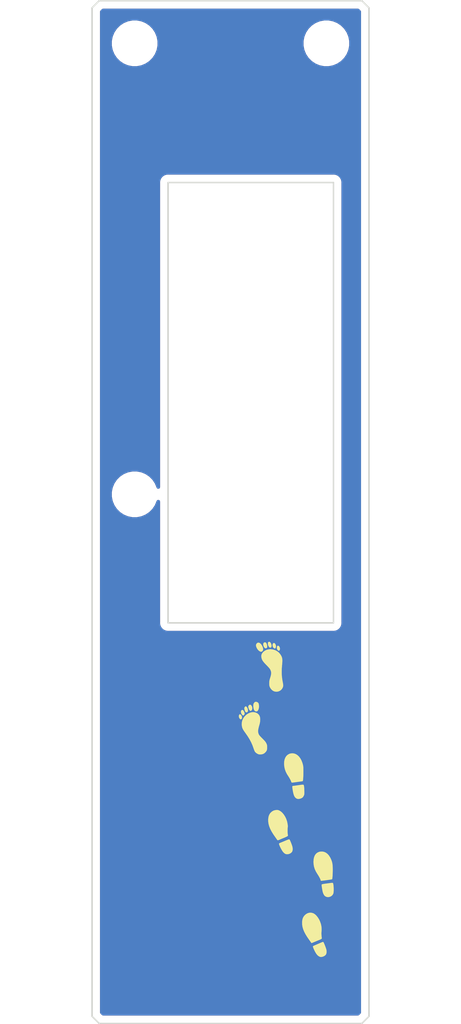
<source format=kicad_pcb>
(kicad_pcb (version 20171130) (host pcbnew "(5.1.5)-3")

  (general
    (thickness 1.6)
    (drawings 12)
    (tracks 0)
    (zones 0)
    (modules 5)
    (nets 1)
  )

  (page A4)
  (layers
    (0 F.Cu signal)
    (31 B.Cu signal)
    (32 B.Adhes user)
    (33 F.Adhes user)
    (34 B.Paste user)
    (35 F.Paste user)
    (36 B.SilkS user)
    (37 F.SilkS user)
    (38 B.Mask user)
    (39 F.Mask user)
    (40 Dwgs.User user)
    (41 Cmts.User user)
    (42 Eco1.User user)
    (43 Eco2.User user)
    (44 Edge.Cuts user)
    (45 Margin user)
    (46 B.CrtYd user)
    (47 F.CrtYd user)
    (48 B.Fab user)
    (49 F.Fab user)
  )

  (setup
    (last_trace_width 0.25)
    (user_trace_width 0.5)
    (trace_clearance 0.2)
    (zone_clearance 0.508)
    (zone_45_only no)
    (trace_min 0.2)
    (via_size 0.8)
    (via_drill 0.4)
    (via_min_size 0.4)
    (via_min_drill 0.3)
    (uvia_size 0.3)
    (uvia_drill 0.1)
    (uvias_allowed no)
    (uvia_min_size 0.2)
    (uvia_min_drill 0.1)
    (edge_width 0.1)
    (segment_width 0.2)
    (pcb_text_width 0.3)
    (pcb_text_size 1.5 1.5)
    (mod_edge_width 0.15)
    (mod_text_size 1 1)
    (mod_text_width 0.15)
    (pad_size 5 5)
    (pad_drill 4.8)
    (pad_to_mask_clearance 0)
    (solder_mask_min_width 0.25)
    (aux_axis_origin 0 0)
    (visible_elements 7FFFFFFF)
    (pcbplotparams
      (layerselection 0x010f0_ffffffff)
      (usegerberextensions false)
      (usegerberattributes false)
      (usegerberadvancedattributes false)
      (creategerberjobfile false)
      (excludeedgelayer true)
      (linewidth 0.100000)
      (plotframeref false)
      (viasonmask false)
      (mode 1)
      (useauxorigin false)
      (hpglpennumber 1)
      (hpglpenspeed 20)
      (hpglpendiameter 15.000000)
      (psnegative false)
      (psa4output false)
      (plotreference true)
      (plotvalue true)
      (plotinvisibletext false)
      (padsonsilk false)
      (subtractmaskfromsilk false)
      (outputformat 1)
      (mirror false)
      (drillshape 0)
      (scaleselection 1)
      (outputdirectory "../../GerberFile/ProMicro-Cover/Normal/"))
  )

  (net 0 "")

  (net_class Default "これはデフォルトのネット クラスです。"
    (clearance 0.2)
    (trace_width 0.25)
    (via_dia 0.8)
    (via_drill 0.4)
    (uvia_dia 0.3)
    (uvia_drill 0.1)
  )

  (module logos:SettaM (layer F.Cu) (tedit 5C814408) (tstamp 5C64030B)
    (at 176 116.25 270)
    (fp_text reference G*** (at 6.25 -0.2 270) (layer F.SilkS) hide
      (effects (font (size 1.524 1.524) (thickness 0.3)))
    )
    (fp_text value LOGO (at 7 -0.2 270) (layer F.SilkS) hide
      (effects (font (size 1.524 1.524) (thickness 0.3)))
    )
    (fp_poly (pts (xy -5.445211 -0.391678) (xy -5.276506 -0.375391) (xy -5.104781 -0.347049) (xy -4.95171 -0.310039)
      (xy -4.863148 -0.279045) (xy -4.730391 -0.199903) (xy -4.609675 -0.088118) (xy -4.516264 0.039862)
      (xy -4.471363 0.143164) (xy -4.448466 0.265251) (xy -4.436065 0.420926) (xy -4.433917 0.591901)
      (xy -4.441778 0.759888) (xy -4.459404 0.9066) (xy -4.482826 1.003663) (xy -4.579685 1.209826)
      (xy -4.711992 1.383785) (xy -4.872719 1.518934) (xy -5.054841 1.608664) (xy -5.153989 1.634864)
      (xy -5.23043 1.644423) (xy -5.341523 1.652064) (xy -5.475743 1.65768) (xy -5.621568 1.661163)
      (xy -5.767474 1.662407) (xy -5.901939 1.661305) (xy -6.013438 1.657748) (xy -6.090448 1.651631)
      (xy -6.120741 1.643852) (xy -6.12829 1.609626) (xy -6.134394 1.53117) (xy -6.138367 1.420696)
      (xy -6.139556 1.309326) (xy -6.139556 0.993616) (xy -5.923631 0.975363) (xy -5.787383 0.965953)
      (xy -5.644362 0.959362) (xy -5.5348 0.957111) (xy -5.378798 0.938841) (xy -5.264653 0.882965)
      (xy -5.19075 0.787881) (xy -5.155477 0.651991) (xy -5.151778 0.577098) (xy -5.159688 0.484833)
      (xy -5.19126 0.412854) (xy -5.246047 0.345417) (xy -5.303767 0.28859) (xy -5.360206 0.254163)
      (xy -5.43535 0.233366) (xy -5.533445 0.219301) (xy -5.633313 0.204675) (xy -5.710159 0.188599)
      (xy -5.747485 0.174528) (xy -5.747598 0.174414) (xy -5.754797 0.138523) (xy -5.756822 0.059946)
      (xy -5.753587 -0.047786) (xy -5.749479 -0.115333) (xy -5.730334 -0.383444) (xy -5.589223 -0.392523)
      (xy -5.445211 -0.391678)) (layer F.Mask) (width 0.01))
    (fp_poly (pts (xy -6.854942 0.478765) (xy -6.699154 0.483217) (xy -6.592111 0.490924) (xy -6.53 0.502119)
      (xy -6.512089 0.5112) (xy -6.498916 0.54556) (xy -6.489177 0.621325) (xy -6.482643 0.742428)
      (xy -6.479083 0.912799) (xy -6.478223 1.089755) (xy -6.478223 1.634444) (xy -6.783963 1.634444)
      (xy -6.910111 1.632804) (xy -7.014626 1.628363) (xy -7.085069 1.621843) (xy -7.108519 1.61563)
      (xy -7.119619 1.578438) (xy -7.126376 1.505494) (xy -7.127334 1.462245) (xy -7.133049 1.364685)
      (xy -7.147408 1.279413) (xy -7.154357 1.256598) (xy -7.173831 1.218428) (xy -7.205493 1.196017)
      (xy -7.263705 1.184149) (xy -7.362834 1.177605) (xy -7.373079 1.17715) (xy -7.564778 1.168778)
      (xy -7.572702 0.823056) (xy -7.580627 0.477333) (xy -7.063291 0.477333) (xy -6.854942 0.478765)) (layer F.Mask) (width 0.01))
    (fp_poly (pts (xy 7.527055 -1.893164) (xy 7.599077 -1.890879) (xy 7.706415 -1.884986) (xy 7.828145 -1.876663)
      (xy 7.851611 -1.87487) (xy 8.084444 -1.856745) (xy 8.084444 1.295778) (xy 7.973221 1.295778)
      (xy 7.898073 1.302338) (xy 7.849904 1.318632) (xy 7.844555 1.324) (xy 7.857983 1.341898)
      (xy 7.919477 1.351295) (xy 7.956664 1.352222) (xy 8.052782 1.361953) (xy 8.101704 1.395874)
      (xy 8.110029 1.461082) (xy 8.101061 1.507507) (xy 8.091688 1.537755) (xy 8.074895 1.557812)
      (xy 8.040536 1.569772) (xy 7.978461 1.575728) (xy 7.878525 1.577773) (xy 7.759351 1.578)
      (xy 7.435333 1.578) (xy 7.435268 1.034722) (xy 7.435235 1.027667) (xy 7.576444 1.027667)
      (xy 7.599035 1.065083) (xy 7.618777 1.07) (xy 7.656194 1.047409) (xy 7.661111 1.027667)
      (xy 7.886889 1.027667) (xy 7.901208 1.062791) (xy 7.917227 1.064591) (xy 7.946386 1.035455)
      (xy 7.947566 1.027667) (xy 7.925595 0.994575) (xy 7.917227 0.990743) (xy 7.891493 1.004366)
      (xy 7.886889 1.027667) (xy 7.661111 1.027667) (xy 7.63852 0.99025) (xy 7.618777 0.985333)
      (xy 7.581361 1.007924) (xy 7.576444 1.027667) (xy 7.435235 1.027667) (xy 7.43432 0.832498)
      (xy 7.43172 0.593322) (xy 7.42777 0.336653) (xy 7.422771 0.081949) (xy 7.417025 -0.151332)
      (xy 7.416682 -0.163576) (xy 7.39816 -0.818597) (xy 7.198024 -0.826798) (xy 6.997889 -0.835)
      (xy 6.989878 -1.138389) (xy 6.981868 -1.441778) (xy 7.152156 -1.441778) (xy 7.282204 -1.450939)
      (xy 7.366652 -1.484199) (xy 7.414193 -1.550222) (xy 7.433522 -1.657671) (xy 7.435333 -1.724)
      (xy 7.435333 -1.893333) (xy 7.527055 -1.893164)) (layer F.Mask) (width 0.01))
    (fp_poly (pts (xy 5.473889 -1.86459) (xy 5.721226 -1.864193) (xy 5.918546 -1.86248) (xy 6.072273 -1.858343)
      (xy 6.188834 -1.850674) (xy 6.274655 -1.838363) (xy 6.33616 -1.820304) (xy 6.379778 -1.795388)
      (xy 6.411932 -1.762506) (xy 6.439049 -1.720551) (xy 6.452752 -1.695778) (xy 6.471625 -1.656671)
      (xy 6.484919 -1.613813) (xy 6.493145 -1.558079) (xy 6.496812 -1.480343) (xy 6.496428 -1.37148)
      (xy 6.492504 -1.222364) (xy 6.48741 -1.074889) (xy 6.479875 -0.905404) (xy 6.470449 -0.752609)
      (xy 6.459964 -0.626594) (xy 6.44925 -0.53745) (xy 6.439734 -0.496333) (xy 6.42468 -0.469175)
      (xy 6.403952 -0.437698) (xy 6.373558 -0.397206) (xy 6.329506 -0.343003) (xy 6.267804 -0.270392)
      (xy 6.184459 -0.174678) (xy 6.075479 -0.051165) (xy 5.936872 0.104844) (xy 5.764645 0.298046)
      (xy 5.760045 0.303201) (xy 5.624281 0.455828) (xy 5.500568 0.5958) (xy 5.394002 0.717279)
      (xy 5.309681 0.814426) (xy 5.252701 0.881403) (xy 5.228159 0.912371) (xy 5.227979 0.912679)
      (xy 5.232443 0.924995) (xy 5.264755 0.935156) (xy 5.330385 0.943633) (xy 5.434802 0.9509)
      (xy 5.583475 0.95743) (xy 5.781874 0.963695) (xy 5.834727 0.965138) (xy 6.461607 0.981877)
      (xy 6.525137 1.055734) (xy 6.577565 1.156497) (xy 6.586123 1.272689) (xy 6.552819 1.386858)
      (xy 6.47966 1.481552) (xy 6.475777 1.484817) (xy 6.449208 1.494617) (xy 6.392753 1.502616)
      (xy 6.302229 1.508954) (xy 6.17345 1.513771) (xy 6.002233 1.517208) (xy 5.784392 1.519407)
      (xy 5.515745 1.520507) (xy 5.410389 1.520658) (xy 4.387333 1.521556) (xy 4.387333 1.126444)
      (xy 6.278222 1.126444) (xy 6.299698 1.153847) (xy 6.306444 1.154667) (xy 6.333846 1.13319)
      (xy 6.334666 1.126444) (xy 6.31319 1.099042) (xy 6.306444 1.098222) (xy 6.279042 1.119699)
      (xy 6.278222 1.126444) (xy 4.387333 1.126444) (xy 4.387333 0.902551) (xy 4.518518 0.753442)
      (xy 4.570955 0.69532) (xy 4.656126 0.602701) (xy 4.767972 0.482093) (xy 4.900436 0.340002)
      (xy 5.047461 0.182937) (xy 5.20299 0.017403) (xy 5.259351 -0.042431) (xy 5.410817 -0.203813)
      (xy 5.550745 -0.35423) (xy 5.674136 -0.488201) (xy 5.775986 -0.600247) (xy 5.851295 -0.684886)
      (xy 5.89506 -0.736639) (xy 5.903277 -0.747987) (xy 5.921079 -0.808057) (xy 5.932936 -0.904871)
      (xy 5.938111 -1.018969) (xy 5.935869 -1.130893) (xy 5.925475 -1.221183) (xy 5.921767 -1.237167)
      (xy 5.913143 -1.26181) (xy 5.896775 -1.279068) (xy 5.863787 -1.290241) (xy 5.805303 -1.296633)
      (xy 5.712448 -1.299544) (xy 5.576345 -1.300276) (xy 5.491764 -1.300235) (xy 5.342161 -1.298378)
      (xy 5.210886 -1.293566) (xy 5.109162 -1.28645) (xy 5.048213 -1.277681) (xy 5.037831 -1.273899)
      (xy 5.016128 -1.241573) (xy 5.000432 -1.171521) (xy 4.989469 -1.056435) (xy 4.98498 -0.970942)
      (xy 4.976366 -0.841676) (xy 4.963667 -0.742216) (xy 4.94848 -0.683436) (xy 4.941259 -0.673154)
      (xy 4.881679 -0.65594) (xy 4.798145 -0.653404) (xy 4.721364 -0.666152) (xy 4.714197 -0.668686)
      (xy 4.679879 -0.708363) (xy 4.669555 -0.764008) (xy 4.652775 -0.84399) (xy 4.597308 -0.89089)
      (xy 4.514333 -0.910114) (xy 4.429666 -0.919667) (xy 4.421511 -1.216) (xy 4.423216 -1.417509)
      (xy 4.442288 -1.572035) (xy 4.480878 -1.68695) (xy 4.541138 -1.769627) (xy 4.595191 -1.81095)
      (xy 4.624988 -1.826887) (xy 4.660532 -1.839347) (xy 4.708694 -1.848751) (xy 4.776345 -1.855517)
      (xy 4.870358 -1.860065) (xy 4.997602 -1.862815) (xy 5.164951 -1.864186) (xy 5.379275 -1.864597)
      (xy 5.473889 -1.86459)) (layer F.Mask) (width 0.01))
    (fp_poly (pts (xy -3.113262 -0.757934) (xy -3.098587 -0.757668) (xy -2.902548 -0.753645) (xy -2.754685 -0.749164)
      (xy -2.646735 -0.743371) (xy -2.570431 -0.735409) (xy -2.517508 -0.724425) (xy -2.479699 -0.709562)
      (xy -2.449476 -0.690504) (xy -2.373228 -0.620316) (xy -2.319677 -0.532703) (xy -2.285679 -0.417736)
      (xy -2.268088 -0.26549) (xy -2.263697 -0.104091) (xy -2.269389 0.09052) (xy -2.288933 0.236757)
      (xy -2.324408 0.341448) (xy -2.377895 0.411422) (xy -2.431022 0.445201) (xy -2.489763 0.458275)
      (xy -2.597735 0.46828) (xy -2.747785 0.474773) (xy -2.932761 0.477314) (xy -2.951773 0.477333)
      (xy -3.402 0.477333) (xy -3.402 0.283069) (xy -3.401136 0.194589) (xy -3.392868 0.132556)
      (xy -3.368688 0.092263) (xy -3.320084 0.069) (xy -3.238547 0.058057) (xy -3.115565 0.054725)
      (xy -2.988742 0.054385) (xy -2.850539 0.053112) (xy -2.759138 0.045574) (xy -2.704898 0.025525)
      (xy -2.678176 -0.013278) (xy -2.66933 -0.077081) (xy -2.668655 -0.152919) (xy -2.670714 -0.228175)
      (xy -2.681759 -0.281881) (xy -2.710054 -0.318013) (xy -2.763866 -0.34055) (xy -2.851457 -0.353468)
      (xy -2.981094 -0.360743) (xy -3.109048 -0.364836) (xy -3.265673 -0.368744) (xy -3.375509 -0.36916)
      (xy -3.448152 -0.365184) (xy -3.493198 -0.355917) (xy -3.520244 -0.34046) (xy -3.533939 -0.325019)
      (xy -3.548501 -0.288993) (xy -3.558779 -0.222624) (xy -3.565181 -0.119385) (xy -3.568113 0.027247)
      (xy -3.567995 0.221672) (xy -3.565888 0.389523) (xy -3.562148 0.543171) (xy -3.557189 0.671429)
      (xy -3.55142 0.763106) (xy -3.546652 0.801889) (xy -3.528648 0.886556) (xy -3.021 0.914778)
      (xy -3.021 1.338111) (xy -3.331445 1.344998) (xy -3.484811 1.346205) (xy -3.594457 1.341048)
      (xy -3.672876 1.328298) (xy -3.732559 1.306726) (xy -3.735598 1.305233) (xy -3.816994 1.255446)
      (xy -3.882445 1.191632) (xy -3.933354 1.107938) (xy -3.971123 0.998512) (xy -3.997155 0.857502)
      (xy -4.012851 0.679057) (xy -4.019615 0.457323) (xy -4.018848 0.186449) (xy -4.017934 0.127044)
      (xy -4.014384 -0.061415) (xy -4.010298 -0.202783) (xy -4.004556 -0.306411) (xy -3.996034 -0.381649)
      (xy -3.983611 -0.437849) (xy -3.966166 -0.484359) (xy -3.942576 -0.530532) (xy -3.938071 -0.538667)
      (xy -3.894879 -0.610427) (xy -3.850095 -0.665465) (xy -3.795957 -0.705807) (xy -3.724701 -0.733476)
      (xy -3.628566 -0.750498) (xy -3.49979 -0.758899) (xy -3.330609 -0.760703) (xy -3.113262 -0.757934)) (layer F.Mask) (width 0.01))
    (fp_poly (pts (xy -2.244889 0.981789) (xy -2.246543 1.106277) (xy -2.250992 1.212416) (xy -2.257467 1.285568)
      (xy -2.26202 1.307581) (xy -2.279453 1.328307) (xy -2.319269 1.341654) (xy -2.391405 1.349066)
      (xy -2.505801 1.351987) (xy -2.569176 1.352222) (xy -2.859203 1.352222) (xy -2.878164 1.175159)
      (xy -2.887356 1.048706) (xy -2.879786 0.967192) (xy -2.851657 0.920622) (xy -2.79917 0.899001)
      (xy -2.771777 0.89522) (xy -2.706258 0.879381) (xy -2.676096 0.837039) (xy -2.668155 0.801889)
      (xy -2.658475 0.758163) (xy -2.639359 0.732288) (xy -2.597849 0.718761) (xy -2.520986 0.712076)
      (xy -2.44931 0.70893) (xy -2.244889 0.700638) (xy -2.244889 0.981789)) (layer F.Mask) (width 0.01))
    (fp_poly (pts (xy -1.182293 0.025552) (xy -1.084644 0.030876) (xy -1.073077 0.031396) (xy -0.876111 0.039889)
      (xy -0.876111 1.338111) (xy -1.134866 1.346195) (xy -1.250135 1.347106) (xy -1.342733 1.342789)
      (xy -1.399166 1.334116) (xy -1.409577 1.32846) (xy -1.413429 1.293841) (xy -1.415332 1.211283)
      (xy -1.415314 1.089255) (xy -1.413403 0.936227) (xy -1.40963 0.760669) (xy -1.407365 0.677725)
      (xy -1.401759 0.467676) (xy -1.396474 0.307417) (xy -1.388132 0.190413) (xy -1.373354 0.110131)
      (xy -1.348761 0.060037) (xy -1.310972 0.033599) (xy -1.256609 0.024282) (xy -1.182293 0.025552)) (layer F.Mask) (width 0.01))
    (fp_poly (pts (xy 1.043 1.338111) (xy 0.781467 1.346232) (xy 0.649333 1.348152) (xy 0.564765 1.343438)
      (xy 0.519174 1.331168) (xy 0.505463 1.316641) (xy 0.502196 1.278392) (xy 0.501156 1.192468)
      (xy 0.502243 1.067589) (xy 0.505358 0.912477) (xy 0.5104 0.735851) (xy 0.512996 0.659409)
      (xy 0.535 0.039889) (xy 1.043 0.039889) (xy 1.043 1.338111)) (layer F.Mask) (width 0.01))
    (fp_poly (pts (xy 3.083242 -0.150611) (xy 3.075 0.068111) (xy 2.397666 0.096333) (xy 2.389744 0.459286)
      (xy 2.388561 0.640756) (xy 2.394001 0.769689) (xy 2.405978 0.844644) (xy 2.413643 0.860581)
      (xy 2.450092 0.879623) (xy 2.526904 0.89336) (xy 2.649912 0.902543) (xy 2.774343 0.90685)
      (xy 3.103222 0.914778) (xy 3.11167 1.109807) (xy 3.112388 1.230333) (xy 3.101244 1.30191)
      (xy 3.083448 1.328097) (xy 3.04261 1.336852) (xy 2.957252 1.344127) (xy 2.839296 1.349229)
      (xy 2.700662 1.351469) (xy 2.679889 1.351514) (xy 2.523591 1.350557) (xy 2.410359 1.34635)
      (xy 2.32683 1.33713) (xy 2.259644 1.321129) (xy 2.195442 1.296581) (xy 2.167077 1.283729)
      (xy 2.080702 1.236237) (xy 2.014391 1.186657) (xy 1.990688 1.15886) (xy 1.979798 1.109006)
      (xy 1.971133 1.006755) (xy 1.964871 0.856117) (xy 1.96119 0.661101) (xy 1.960222 0.469997)
      (xy 1.960394 0.265391) (xy 1.961377 0.109672) (xy 1.963868 -0.004718) (xy 1.968564 -0.085337)
      (xy 1.976164 -0.139743) (xy 1.987365 -0.175492) (xy 2.002866 -0.200144) (xy 2.023363 -0.221256)
      (xy 2.024107 -0.221956) (xy 2.093099 -0.277504) (xy 2.170635 -0.317648) (xy 2.26692 -0.344634)
      (xy 2.392159 -0.360706) (xy 2.556559 -0.368107) (xy 2.69428 -0.369333) (xy 3.091485 -0.369333)
      (xy 3.083242 -0.150611)) (layer F.Mask) (width 0.01))
    (fp_poly (pts (xy 3.681777 0.753911) (xy 3.694176 0.851744) (xy 3.737476 0.906645) (xy 3.820831 0.927768)
      (xy 3.856755 0.928889) (xy 3.964 0.928889) (xy 3.964 1.352222) (xy 3.601814 1.352222)
      (xy 3.464151 1.350832) (xy 3.3475 1.347033) (xy 3.263149 1.341383) (xy 3.222388 1.334439)
      (xy 3.220814 1.333407) (xy 3.209654 1.294174) (xy 3.203084 1.213401) (xy 3.200764 1.105782)
      (xy 3.202357 0.986005) (xy 3.207523 0.868762) (xy 3.215924 0.768743) (xy 3.227221 0.700639)
      (xy 3.235866 0.680533) (xy 3.282904 0.662095) (xy 3.373059 0.650218) (xy 3.475755 0.646667)
      (xy 3.681777 0.646667) (xy 3.681777 0.753911)) (layer F.Mask) (width 0.01))
    (fp_poly (pts (xy 3.125845 -0.905072) (xy 3.270917 -0.90068) (xy 3.274894 -0.900547) (xy 3.429354 -0.894013)
      (xy 3.537314 -0.885458) (xy 3.608719 -0.873373) (xy 3.653512 -0.856248) (xy 3.675005 -0.839811)
      (xy 3.69119 -0.818037) (xy 3.703697 -0.784276) (xy 3.713147 -0.731243) (xy 3.720159 -0.651656)
      (xy 3.725352 -0.538229) (xy 3.729347 -0.383678) (xy 3.732762 -0.18072) (xy 3.733106 -0.156714)
      (xy 3.742102 0.477333) (xy 3.258444 0.477333) (xy 3.255631 0.089278) (xy 3.253808 -0.094656)
      (xy 3.249486 -0.230007) (xy 3.239802 -0.324637) (xy 3.221891 -0.386404) (xy 3.192891 -0.42317)
      (xy 3.149936 -0.442796) (xy 3.090163 -0.453142) (xy 3.056637 -0.456905) (xy 2.937401 -0.474264)
      (xy 2.868028 -0.496616) (xy 2.841972 -0.526949) (xy 2.845516 -0.553297) (xy 2.836812 -0.594063)
      (xy 2.819218 -0.606001) (xy 2.784601 -0.645085) (xy 2.78259 -0.711033) (xy 2.810795 -0.786421)
      (xy 2.851278 -0.839621) (xy 2.883366 -0.869729) (xy 2.915682 -0.889719) (xy 2.959412 -0.9012)
      (xy 3.025738 -0.905782) (xy 3.125845 -0.905072)) (layer F.Mask) (width 0.01))
    (fp_poly (pts (xy -5.963101 -1.833867) (xy -5.927889 -1.833797) (xy -5.640381 -1.832865) (xy -5.403905 -1.831038)
      (xy -5.213051 -1.827833) (xy -5.062408 -1.822767) (xy -4.946565 -1.815357) (xy -4.860113 -1.80512)
      (xy -4.79764 -1.791572) (xy -4.753735 -1.77423) (xy -4.722989 -1.752612) (xy -4.699991 -1.726233)
      (xy -4.698393 -1.724) (xy -4.640545 -1.621213) (xy -4.63074 -1.541092) (xy -4.663735 -1.482297)
      (xy -4.694215 -1.44063) (xy -4.678804 -1.420527) (xy -4.647496 -1.386144) (xy -4.651457 -1.329233)
      (xy -4.688478 -1.269473) (xy -4.696646 -1.261571) (xy -4.717317 -1.247986) (xy -4.750384 -1.236718)
      (xy -4.801795 -1.227317) (xy -4.877494 -1.219338) (xy -4.983427 -1.212332) (xy -5.125542 -1.205853)
      (xy -5.309783 -1.199452) (xy -5.542096 -1.192684) (xy -5.65164 -1.189724) (xy -5.927548 -1.182076)
      (xy -6.152678 -1.174291) (xy -6.332684 -1.16491) (xy -6.473217 -1.152471) (xy -6.57993 -1.135515)
      (xy -6.658476 -1.112582) (xy -6.714505 -1.082211) (xy -6.753672 -1.042943) (xy -6.781626 -0.993317)
      (xy -6.804022 -0.931874) (xy -6.817171 -0.88863) (xy -6.835345 -0.809521) (xy -6.831479 -0.743948)
      (xy -6.80291 -0.663355) (xy -6.794337 -0.643689) (xy -6.737431 -0.546408) (xy -6.66049 -0.478861)
      (xy -6.552821 -0.435337) (xy -6.403735 -0.410122) (xy -6.347935 -0.405168) (xy -6.139556 -0.389409)
      (xy -6.139355 -0.287649) (xy -6.136516 -0.204962) (xy -6.129342 -0.09289) (xy -6.121163 0.004611)
      (xy -6.103172 0.195111) (xy -6.368308 0.19159) (xy -6.505816 0.187616) (xy -6.640903 0.180102)
      (xy -6.750473 0.170439) (xy -6.777739 0.166922) (xy -6.987585 0.122822) (xy -7.153946 0.05649)
      (xy -7.286872 -0.036412) (xy -7.318138 -0.066414) (xy -7.415806 -0.18309) (xy -7.481802 -0.307496)
      (xy -7.522062 -0.455067) (xy -7.54252 -0.641238) (xy -7.543114 -0.651556) (xy -7.537342 -0.932511)
      (xy -7.487347 -1.180386) (xy -7.393709 -1.394063) (xy -7.364351 -1.43237) (xy -4.916593 -1.43237)
      (xy -4.912719 -1.415592) (xy -4.897778 -1.413556) (xy -4.874548 -1.423882) (xy -4.878963 -1.43237)
      (xy -4.912457 -1.435748) (xy -4.916593 -1.43237) (xy -7.364351 -1.43237) (xy -7.25701 -1.572426)
      (xy -7.172545 -1.639333) (xy -5.151778 -1.639333) (xy -5.130302 -1.611931) (xy -5.123556 -1.611111)
      (xy -5.096154 -1.632588) (xy -5.095334 -1.639333) (xy -5.11681 -1.666736) (xy -5.123556 -1.667556)
      (xy -5.150958 -1.646079) (xy -5.151778 -1.639333) (xy -7.172545 -1.639333) (xy -7.077832 -1.714357)
      (xy -6.956379 -1.778772) (xy -6.918564 -1.79457) (xy -6.878036 -1.807125) (xy -6.828185 -1.816788)
      (xy -6.7624 -1.823914) (xy -6.67407 -1.828857) (xy -6.556586 -1.83197) (xy -6.403337 -1.833607)
      (xy -6.207712 -1.834121) (xy -5.963101 -1.833867)) (layer F.Mask) (width 0.01))
    (fp_poly (pts (xy -1.03714 -0.961042) (xy -0.965831 -0.953694) (xy -0.917092 -0.931757) (xy -0.886631 -0.887469)
      (xy -0.870157 -0.813065) (xy -0.863377 -0.700779) (xy -0.862 -0.542847) (xy -0.862 -0.030667)
      (xy -1.851976 -0.030667) (xy -1.843821 -0.277611) (xy -1.835667 -0.524556) (xy -1.631391 -0.532841)
      (xy -1.506302 -0.543248) (xy -1.427841 -0.568319) (xy -1.38645 -0.617276) (xy -1.372577 -0.699341)
      (xy -1.374108 -0.781144) (xy -1.372436 -0.867587) (xy -1.349824 -0.921226) (xy -1.296236 -0.949644)
      (xy -1.201637 -0.960423) (xy -1.135312 -0.961568) (xy -1.03714 -0.961042)) (layer F.Mask) (width 0.01))
    (fp_poly (pts (xy -0.586834 -0.504488) (xy -0.339889 -0.496333) (xy -0.339889 -0.044778) (xy -0.586834 -0.036624)
      (xy -0.833778 -0.028469) (xy -0.833778 -0.512642) (xy -0.586834 -0.504488)) (layer F.Mask) (width 0.01))
    (fp_poly (pts (xy 0.879638 -0.960603) (xy 0.959323 -0.951716) (xy 0.984247 -0.944869) (xy 1.001308 -0.931148)
      (xy 1.013483 -0.899752) (xy 1.021551 -0.842583) (xy 1.026285 -0.751544) (xy 1.028464 -0.618538)
      (xy 1.028889 -0.479203) (xy 1.028889 -0.030667) (xy 0.069333 -0.030667) (xy 0.069333 -0.538667)
      (xy 0.27798 -0.538667) (xy 0.395056 -0.541096) (xy 0.466795 -0.555152) (xy 0.504287 -0.590992)
      (xy 0.518621 -0.658768) (xy 0.520889 -0.761108) (xy 0.52768 -0.847655) (xy 0.544846 -0.912374)
      (xy 0.554755 -0.928133) (xy 0.598983 -0.944976) (xy 0.680511 -0.956494) (xy 0.780382 -0.961949)
      (xy 0.879638 -0.960603)) (layer F.Mask) (width 0.01))
    (fp_poly (pts (xy 1.565111 -0.030667) (xy 1.085333 -0.030667) (xy 1.085333 -0.510444) (xy 1.565111 -0.510444)
      (xy 1.565111 -0.030667)) (layer F.Mask) (width 0.01))
  )

  (module Mounting_Holes:MountingHole_2.2mm_M2 (layer F.Cu) (tedit 5C60569B) (tstamp 5C4DEF45)
    (at 176 92.75 90)
    (descr "Mounting Hole 2.2mm, no annular, M2")
    (tags "mounting hole 2.2mm no annular m2")
    (attr virtual)
    (fp_text reference REF** (at 0 -3.2 90) (layer F.SilkS) hide
      (effects (font (size 1 1) (thickness 0.15)))
    )
    (fp_text value MountingHole_2.2mm_M2 (at 0 3.2 90) (layer F.Fab)
      (effects (font (size 1 1) (thickness 0.15)))
    )
    (fp_circle (center 0 0) (end 2.45 0) (layer F.CrtYd) (width 0.05))
    (fp_circle (center 0 0) (end 2.2 0) (layer Cmts.User) (width 0.15))
    (fp_text user %R (at 0.3 0 90) (layer F.Fab)
      (effects (font (size 1 1) (thickness 0.15)))
    )
    (pad 1 np_thru_hole circle (at 0 0 90) (size 2.2 2.2) (drill 2.2) (layers *.Cu *.Mask))
  )

  (module Mounting_Holes:MountingHole_2.2mm_M2 (layer F.Cu) (tedit 56D1B4CB) (tstamp 5C4DEF63)
    (at 176 61)
    (descr "Mounting Hole 2.2mm, no annular, M2")
    (tags "mounting hole 2.2mm no annular m2")
    (attr virtual)
    (fp_text reference REF** (at 0 -3.2) (layer F.SilkS) hide
      (effects (font (size 1 1) (thickness 0.15)))
    )
    (fp_text value MountingHole_2.2mm_M2 (at 0 3.2) (layer F.Fab)
      (effects (font (size 1 1) (thickness 0.15)))
    )
    (fp_circle (center 0 0) (end 2.45 0) (layer F.CrtYd) (width 0.05))
    (fp_circle (center 0 0) (end 2.2 0) (layer Cmts.User) (width 0.15))
    (fp_text user %R (at 0.3 0) (layer F.Fab)
      (effects (font (size 1 1) (thickness 0.15)))
    )
    (pad 1 np_thru_hole circle (at 0 0) (size 2.2 2.2) (drill 2.2) (layers *.Cu *.Mask))
  )

  (module Mounting_Holes:MountingHole_2.2mm_M2 (layer F.Cu) (tedit 56D1B4CB) (tstamp 5C4DEF6F)
    (at 189.5 61)
    (descr "Mounting Hole 2.2mm, no annular, M2")
    (tags "mounting hole 2.2mm no annular m2")
    (attr virtual)
    (fp_text reference REF** (at 0 -3.2) (layer F.SilkS) hide
      (effects (font (size 1 1) (thickness 0.15)))
    )
    (fp_text value MountingHole_2.2mm_M2 (at 0 3.2) (layer F.Fab)
      (effects (font (size 1 1) (thickness 0.15)))
    )
    (fp_circle (center 0 0) (end 2.45 0) (layer F.CrtYd) (width 0.05))
    (fp_circle (center 0 0) (end 2.2 0) (layer Cmts.User) (width 0.15))
    (fp_text user %R (at 0.3 0) (layer F.Fab)
      (effects (font (size 1 1) (thickness 0.15)))
    )
    (pad 1 np_thru_hole circle (at 0 0) (size 2.2 2.2) (drill 2.2) (layers *.Cu *.Mask))
  )

  (module logos:ashiato (layer F.Cu) (tedit 5C62F7F5) (tstamp 5C652DB6)
    (at 185.35 109.25)
    (fp_text reference G*** (at 0 0) (layer F.SilkS) hide
      (effects (font (size 1.524 1.524) (thickness 0.3)))
    )
    (fp_text value LOGO (at 0.75 0) (layer F.SilkS) hide
      (effects (font (size 1.524 1.524) (thickness 0.3)))
    )
    (fp_poly (pts (xy 0.171986 -6.102929) (xy 0.218297 -6.052399) (xy 0.245326 -6.005385) (xy 0.276201 -5.924936)
      (xy 0.288778 -5.848949) (xy 0.282925 -5.784777) (xy 0.25851 -5.739775) (xy 0.250232 -5.732894)
      (xy 0.20657 -5.710168) (xy 0.169652 -5.714086) (xy 0.128255 -5.746098) (xy 0.125299 -5.749029)
      (xy 0.069032 -5.828789) (xy 0.03882 -5.927688) (xy 0.033867 -5.993466) (xy 0.03675 -6.048135)
      (xy 0.048231 -6.080945) (xy 0.072555 -6.103625) (xy 0.07412 -6.104661) (xy 0.123667 -6.1205)
      (xy 0.171986 -6.102929)) (layer F.SilkS) (width 0.01))
    (fp_poly (pts (xy -0.134785 -6.073457) (xy -0.103788 -6.051227) (xy -0.077199 -6.015567) (xy -0.050968 -5.960767)
      (xy -0.03193 -5.892557) (xy -0.021447 -5.821391) (xy -0.020879 -5.757725) (xy -0.031587 -5.712011)
      (xy -0.036662 -5.70401) (xy -0.083052 -5.671233) (xy -0.139687 -5.665926) (xy -0.161642 -5.672073)
      (xy -0.207032 -5.705656) (xy -0.247829 -5.762824) (xy -0.278523 -5.833307) (xy -0.293605 -5.906837)
      (xy -0.294228 -5.919212) (xy -0.286747 -5.997753) (xy -0.259355 -6.049433) (xy -0.21122 -6.075369)
      (xy -0.175416 -6.079067) (xy -0.134785 -6.073457)) (layer F.SilkS) (width 0.01))
    (fp_poly (pts (xy 0.497769 -6.021505) (xy 0.539039 -5.983175) (xy 0.57331 -5.919923) (xy 0.583074 -5.89131)
      (xy 0.596265 -5.839299) (xy 0.602401 -5.799248) (xy 0.601801 -5.786407) (xy 0.593598 -5.755094)
      (xy 0.585415 -5.719722) (xy 0.563003 -5.674506) (xy 0.525586 -5.650684) (xy 0.491067 -5.65171)
      (xy 0.439626 -5.684869) (xy 0.398526 -5.741485) (xy 0.371226 -5.811853) (xy 0.361184 -5.886272)
      (xy 0.371858 -5.955036) (xy 0.377824 -5.96949) (xy 0.412575 -6.016409) (xy 0.454086 -6.033165)
      (xy 0.497769 -6.021505)) (layer F.SilkS) (width 0.01))
    (fp_poly (pts (xy 0.790921 -5.826608) (xy 0.829545 -5.786134) (xy 0.85885 -5.729134) (xy 0.876152 -5.664161)
      (xy 0.878766 -5.59977) (xy 0.864005 -5.544516) (xy 0.846667 -5.520267) (xy 0.815866 -5.494246)
      (xy 0.789416 -5.490034) (xy 0.756336 -5.5085) (xy 0.730362 -5.529457) (xy 0.687148 -5.586484)
      (xy 0.665463 -5.661226) (xy 0.667437 -5.743633) (xy 0.676914 -5.781464) (xy 0.694934 -5.822501)
      (xy 0.719023 -5.839433) (xy 0.745666 -5.842) (xy 0.790921 -5.826608)) (layer F.SilkS) (width 0.01))
    (fp_poly (pts (xy -0.547791 -6.031994) (xy -0.48138 -5.980827) (xy -0.418133 -5.904584) (xy -0.36121 -5.804534)
      (xy -0.353956 -5.788768) (xy -0.314962 -5.679494) (xy -0.304156 -5.588211) (xy -0.321539 -5.514134)
      (xy -0.354297 -5.468164) (xy -0.408114 -5.429208) (xy -0.464588 -5.421399) (xy -0.530744 -5.443838)
      (xy -0.5334 -5.445201) (xy -0.619704 -5.506639) (xy -0.69675 -5.593964) (xy -0.744536 -5.672667)
      (xy -0.787014 -5.7713) (xy -0.804517 -5.852775) (xy -0.797692 -5.922084) (xy -0.78185 -5.960533)
      (xy -0.734394 -6.022356) (xy -0.677458 -6.054028) (xy -0.614203 -6.056817) (xy -0.547791 -6.031994)) (layer F.SilkS) (width 0.01))
    (fp_poly (pts (xy 0.384753 -5.574908) (xy 0.52623 -5.532905) (xy 0.659199 -5.467734) (xy 0.778877 -5.380063)
      (xy 0.880477 -5.270562) (xy 0.895951 -5.249333) (xy 0.951629 -5.164609) (xy 0.993459 -5.085799)
      (xy 1.022569 -5.006704) (xy 1.040084 -4.921124) (xy 1.047134 -4.822857) (xy 1.044844 -4.705704)
      (xy 1.034342 -4.563464) (xy 1.029649 -4.513853) (xy 1.009848 -4.271962) (xy 1.001007 -4.0535)
      (xy 1.003493 -3.849727) (xy 1.017673 -3.651904) (xy 1.043917 -3.451291) (xy 1.08259 -3.23915)
      (xy 1.08348 -3.234792) (xy 1.102159 -3.127521) (xy 1.107791 -3.042483) (xy 1.099366 -2.970256)
      (xy 1.075875 -2.901418) (xy 1.040508 -2.833701) (xy 0.968062 -2.74122) (xy 0.875069 -2.671328)
      (xy 0.767756 -2.625876) (xy 0.652348 -2.606713) (xy 0.535074 -2.61569) (xy 0.42808 -2.651737)
      (xy 0.331331 -2.715611) (xy 0.246335 -2.8048) (xy 0.180514 -2.911028) (xy 0.166044 -2.943909)
      (xy 0.14695 -2.998659) (xy 0.135481 -3.053356) (xy 0.130079 -3.119212) (xy 0.129183 -3.207441)
      (xy 0.129195 -3.208867) (xy 0.131298 -3.290182) (xy 0.137459 -3.3577) (xy 0.149803 -3.423465)
      (xy 0.170457 -3.499521) (xy 0.193443 -3.572934) (xy 0.232909 -3.705165) (xy 0.257287 -3.813616)
      (xy 0.267035 -3.90459) (xy 0.262614 -3.984392) (xy 0.244484 -4.059327) (xy 0.231476 -4.094367)
      (xy 0.2127 -4.138555) (xy 0.193512 -4.177266) (xy 0.170497 -4.214785) (xy 0.140241 -4.255402)
      (xy 0.099329 -4.303402) (xy 0.044347 -4.363075) (xy -0.02812 -4.438706) (xy -0.108669 -4.521461)
      (xy -0.206464 -4.624829) (xy -0.281443 -4.712687) (xy -0.337149 -4.790789) (xy -0.377125 -4.864892)
      (xy -0.404913 -4.940751) (xy -0.424055 -5.02412) (xy -0.426406 -5.037667) (xy -0.43054 -5.148065)
      (xy -0.403588 -5.250362) (xy -0.344528 -5.347237) (xy -0.282745 -5.414006) (xy -0.170514 -5.49787)
      (xy -0.042864 -5.555225) (xy 0.095421 -5.586737) (xy 0.239555 -5.593075) (xy 0.384753 -5.574908)) (layer F.SilkS) (width 0.01))
    (fp_poly (pts (xy -1.166429 -1.664605) (xy -1.144811 -1.644424) (xy -1.09936 -1.577551) (xy -1.073877 -1.498587)
      (xy -1.069363 -1.41748) (xy -1.086821 -1.344174) (xy -1.110638 -1.305166) (xy -1.155367 -1.264472)
      (xy -1.196273 -1.256264) (xy -1.237524 -1.280121) (xy -1.248492 -1.291167) (xy -1.291925 -1.355767)
      (xy -1.326868 -1.441996) (xy -1.345344 -1.518936) (xy -1.349349 -1.568848) (xy -1.336787 -1.606549)
      (xy -1.311885 -1.639978) (xy -1.2637 -1.681742) (xy -1.216049 -1.689929) (xy -1.166429 -1.664605)) (layer F.SilkS) (width 0.01))
    (fp_poly (pts (xy -0.751709 -1.884401) (xy -0.684612 -1.850111) (xy -0.634972 -1.797199) (xy -0.627067 -1.782649)
      (xy -0.615006 -1.742443) (xy -0.604348 -1.681272) (xy -0.597314 -1.612029) (xy -0.597102 -1.608667)
      (xy -0.60052 -1.494537) (xy -0.623201 -1.388531) (xy -0.662691 -1.299487) (xy -0.694963 -1.25622)
      (xy -0.744069 -1.226242) (xy -0.804911 -1.220826) (xy -0.865719 -1.240157) (xy -0.885385 -1.253249)
      (xy -0.935306 -1.313348) (xy -0.969631 -1.401849) (xy -0.987752 -1.516784) (xy -0.9906 -1.594508)
      (xy -0.989662 -1.667816) (xy -0.985209 -1.717796) (xy -0.974779 -1.754972) (xy -0.955913 -1.789865)
      (xy -0.939129 -1.814641) (xy -0.902983 -1.860324) (xy -0.870127 -1.883738) (xy -0.828792 -1.89295)
      (xy -0.824299 -1.893354) (xy -0.751709 -1.884401)) (layer F.SilkS) (width 0.01))
    (fp_poly (pts (xy -1.50625 -1.563138) (xy -1.495355 -1.557288) (xy -1.448634 -1.514963) (xy -1.410961 -1.44996)
      (xy -1.385426 -1.372936) (xy -1.375119 -1.29455) (xy -1.383129 -1.225463) (xy -1.392443 -1.202267)
      (xy -1.428008 -1.167352) (xy -1.47878 -1.154473) (xy -1.520219 -1.162464) (xy -1.546904 -1.187928)
      (xy -1.574642 -1.237032) (xy -1.599213 -1.299965) (xy -1.616397 -1.366913) (xy -1.620608 -1.395859)
      (xy -1.62387 -1.451739) (xy -1.616773 -1.489014) (xy -1.595674 -1.52227) (xy -1.586283 -1.533398)
      (xy -1.556511 -1.564766) (xy -1.534406 -1.573478) (xy -1.50625 -1.563138)) (layer F.SilkS) (width 0.01))
    (fp_poly (pts (xy -1.730752 -1.309959) (xy -1.693763 -1.274805) (xy -1.656289 -1.211392) (xy -1.643836 -1.185029)
      (xy -1.615405 -1.104599) (xy -1.612542 -1.041284) (xy -1.635405 -0.989811) (xy -1.65023 -0.972897)
      (xy -1.68773 -0.941207) (xy -1.718245 -0.935273) (xy -1.75169 -0.955907) (xy -1.779245 -0.983466)
      (xy -1.823459 -1.045068) (xy -1.851041 -1.112937) (xy -1.86215 -1.180541) (xy -1.856949 -1.241347)
      (xy -1.835597 -1.288825) (xy -1.798255 -1.316443) (xy -1.770948 -1.3208) (xy -1.730752 -1.309959)) (layer F.SilkS) (width 0.01))
    (fp_poly (pts (xy -1.903336 -0.999067) (xy -1.85372 -0.956667) (xy -1.816944 -0.896713) (xy -1.795656 -0.828816)
      (xy -1.792503 -0.762585) (xy -1.810134 -0.707629) (xy -1.819571 -0.695109) (xy -1.861644 -0.664874)
      (xy -1.904164 -0.668147) (xy -1.943253 -0.6985) (xy -1.987227 -0.763558) (xy -2.010744 -0.837412)
      (xy -2.012467 -0.910237) (xy -1.991055 -0.972205) (xy -1.982227 -0.984491) (xy -1.956559 -1.011004)
      (xy -1.933387 -1.013459) (xy -1.903336 -0.999067)) (layer F.SilkS) (width 0.01))
    (fp_poly (pts (xy -0.907876 -1.154869) (xy -0.829608 -1.134496) (xy -0.717637 -1.084707) (xy -0.627358 -1.009643)
      (xy -0.561223 -0.911765) (xy -0.532123 -0.836315) (xy -0.514989 -0.739687) (xy -0.511494 -0.622864)
      (xy -0.521106 -0.496411) (xy -0.543293 -0.370892) (xy -0.558493 -0.313267) (xy -0.601209 -0.164239)
      (xy -0.632185 -0.041644) (xy -0.65192 0.059661) (xy -0.660913 0.144821) (xy -0.659663 0.21898)
      (xy -0.64867 0.287283) (xy -0.628431 0.354873) (xy -0.624372 0.365957) (xy -0.607902 0.40446)
      (xy -0.586224 0.442139) (xy -0.555486 0.483723) (xy -0.511834 0.533943) (xy -0.451415 0.597528)
      (xy -0.370377 0.679208) (xy -0.364172 0.685388) (xy -0.277845 0.772556) (xy -0.212292 0.842138)
      (xy -0.163222 0.89932) (xy -0.126347 0.949293) (xy -0.097374 0.997242) (xy -0.0827 1.025762)
      (xy -0.056042 1.082791) (xy -0.039234 1.129073) (xy -0.030025 1.175867) (xy -0.026165 1.23443)
      (xy -0.0254 1.312333) (xy -0.027599 1.40705) (xy -0.03641 1.478053) (xy -0.055154 1.535335)
      (xy -0.087153 1.588888) (xy -0.135728 1.648705) (xy -0.138106 1.651419) (xy -0.226112 1.731544)
      (xy -0.325468 1.781783) (xy -0.442051 1.804938) (xy -0.463223 1.806343) (xy -0.547842 1.806157)
      (xy -0.617696 1.797468) (xy -0.643575 1.790165) (xy -0.73423 1.745043) (xy -0.817215 1.683769)
      (xy -0.873703 1.623416) (xy -0.896474 1.583307) (xy -0.924477 1.520376) (xy -0.953617 1.444356)
      (xy -0.97251 1.388533) (xy -1.050376 1.169857) (xy -1.143141 0.958499) (xy -1.254143 0.748175)
      (xy -1.38672 0.532599) (xy -1.544211 0.305485) (xy -1.55708 0.287867) (xy -1.632371 0.182552)
      (xy -1.688944 0.096756) (xy -1.730278 0.024418) (xy -1.759851 -0.040525) (xy -1.780331 -0.101287)
      (xy -1.808732 -0.260246) (xy -1.805065 -0.420038) (xy -1.770637 -0.575738) (xy -1.706753 -0.722422)
      (xy -1.614721 -0.855167) (xy -1.566563 -0.906987) (xy -1.454768 -1.004542) (xy -1.341048 -1.075867)
      (xy -1.214656 -1.127428) (xy -1.185387 -1.136383) (xy -1.085046 -1.160161) (xy -0.997589 -1.16635)
      (xy -0.907876 -1.154869)) (layer F.SilkS) (width 0.01))
    (fp_poly (pts (xy 1.865228 1.743838) (xy 1.990251 1.78643) (xy 2.107384 1.858175) (xy 2.214756 1.957527)
      (xy 2.310497 2.08294) (xy 2.392737 2.232869) (xy 2.459605 2.405766) (xy 2.481863 2.481886)
      (xy 2.498823 2.54881) (xy 2.511046 2.608303) (xy 2.519357 2.668467) (xy 2.524582 2.737402)
      (xy 2.527546 2.823209) (xy 2.529073 2.933991) (xy 2.529175 2.9464) (xy 2.529038 3.070962)
      (xy 2.526859 3.195822) (xy 2.522921 3.316208) (xy 2.517507 3.42735) (xy 2.5109 3.524478)
      (xy 2.503384 3.602822) (xy 2.495239 3.657611) (xy 2.48675 3.684075) (xy 2.485365 3.68537)
      (xy 2.461659 3.692314) (xy 2.414653 3.701195) (xy 2.356777 3.709778) (xy 2.290438 3.718641)
      (xy 2.204019 3.730404) (xy 2.110974 3.743231) (xy 2.0574 3.750694) (xy 1.94311 3.766612)
      (xy 1.857735 3.77809) (xy 1.796657 3.785432) (xy 1.755258 3.788939) (xy 1.72892 3.788914)
      (xy 1.713025 3.78566) (xy 1.702955 3.779479) (xy 1.697567 3.774264) (xy 1.679071 3.743645)
      (xy 1.6764 3.730037) (xy 1.668288 3.701666) (xy 1.646551 3.651797) (xy 1.615088 3.587913)
      (xy 1.5778 3.517495) (xy 1.538587 3.448027) (xy 1.501348 3.38699) (xy 1.484197 3.361267)
      (xy 1.375457 3.190944) (xy 1.293259 3.02862) (xy 1.234226 2.86643) (xy 1.194981 2.696505)
      (xy 1.192551 2.682073) (xy 1.173615 2.498047) (xy 1.178691 2.328562) (xy 1.206824 2.175802)
      (xy 1.25706 2.041951) (xy 1.328443 1.929192) (xy 1.420021 1.83971) (xy 1.530837 1.775688)
      (xy 1.598995 1.752293) (xy 1.734186 1.731943) (xy 1.865228 1.743838)) (layer F.SilkS) (width 0.01))
    (fp_poly (pts (xy 2.519779 3.942719) (xy 2.541489 3.95304) (xy 2.554068 3.972) (xy 2.562411 4.000508)
      (xy 2.569171 4.030133) (xy 2.577375 4.081183) (xy 2.584789 4.157012) (xy 2.590732 4.248533)
      (xy 2.594524 4.346657) (xy 2.595161 4.377267) (xy 2.596548 4.47524) (xy 2.596412 4.546408)
      (xy 2.593822 4.597828) (xy 2.587846 4.636555) (xy 2.577553 4.669648) (xy 2.562011 4.704162)
      (xy 2.548467 4.731067) (xy 2.511885 4.794319) (xy 2.472924 4.837907) (xy 2.419631 4.87465)
      (xy 2.408827 4.880834) (xy 2.330056 4.914594) (xy 2.243148 4.935106) (xy 2.159721 4.940732)
      (xy 2.091395 4.929833) (xy 2.083306 4.926732) (xy 2.015133 4.890192) (xy 1.957939 4.841119)
      (xy 1.909971 4.775901) (xy 1.869474 4.690928) (xy 1.834694 4.582589) (xy 1.803878 4.447276)
      (xy 1.777877 4.298145) (xy 1.762919 4.196194) (xy 1.755186 4.12299) (xy 1.754917 4.074144)
      (xy 1.762352 4.045265) (xy 1.77773 4.031962) (xy 1.792512 4.029579) (xy 1.823138 4.027025)
      (xy 1.875314 4.02092) (xy 1.9304 4.013593) (xy 1.993035 4.004805) (xy 2.077155 3.992994)
      (xy 2.170709 3.979852) (xy 2.243667 3.9696) (xy 2.35088 3.954476) (xy 2.429372 3.944348)
      (xy 2.484039 3.940125) (xy 2.519779 3.942719)) (layer F.SilkS) (width 0.01))
    (fp_poly (pts (xy 0.737888 5.728585) (xy 0.786189 5.741667) (xy 0.835848 5.762545) (xy 0.945382 5.829039)
      (xy 1.051443 5.924372) (xy 1.150468 6.043515) (xy 1.238898 6.181442) (xy 1.313172 6.333124)
      (xy 1.36973 6.493534) (xy 1.379723 6.5306) (xy 1.394213 6.594566) (xy 1.408096 6.667661)
      (xy 1.42016 6.741686) (xy 1.429194 6.808443) (xy 1.43399 6.859734) (xy 1.433335 6.88736)
      (xy 1.432648 6.889029) (xy 1.428905 6.90963) (xy 1.424199 6.956555) (xy 1.419198 7.0223)
      (xy 1.415533 7.081617) (xy 1.413117 7.217721) (xy 1.419964 7.354469) (xy 1.43518 7.477808)
      (xy 1.44346 7.520476) (xy 1.434928 7.540749) (xy 1.400419 7.567245) (xy 1.338162 7.60097)
      (xy 1.246386 7.642927) (xy 1.17331 7.673752) (xy 1.087606 7.709247) (xy 0.99788 7.746657)
      (xy 0.918468 7.779997) (xy 0.889 7.792467) (xy 0.8139 7.824188) (xy 0.76323 7.843139)
      (xy 0.730022 7.849246) (xy 0.707307 7.842431) (xy 0.688116 7.82262) (xy 0.665683 7.790032)
      (xy 0.6266 7.733475) (xy 0.581264 7.669602) (xy 0.560216 7.640561) (xy 0.411631 7.426997)
      (xy 0.290442 7.228827) (xy 0.195533 7.043174) (xy 0.125786 6.867159) (xy 0.080084 6.697901)
      (xy 0.057312 6.532524) (xy 0.056351 6.368146) (xy 0.057847 6.345663) (xy 0.078583 6.198917)
      (xy 0.118127 6.075995) (xy 0.178599 5.971254) (xy 0.215469 5.926015) (xy 0.317793 5.831087)
      (xy 0.427382 5.767658) (xy 0.548708 5.733476) (xy 0.610817 5.726887) (xy 0.684114 5.724401)
      (xy 0.737888 5.728585)) (layer F.SilkS) (width 0.01))
    (fp_poly (pts (xy 1.544673 7.793643) (xy 1.560626 7.812898) (xy 1.584694 7.857957) (xy 1.614332 7.922481)
      (xy 1.646994 8.000127) (xy 1.680135 8.084555) (xy 1.71121 8.169425) (xy 1.737674 8.248396)
      (xy 1.756981 8.315127) (xy 1.761371 8.333484) (xy 1.777221 8.454252) (xy 1.769309 8.561258)
      (xy 1.738254 8.649713) (xy 1.716462 8.682733) (xy 1.644051 8.750892) (xy 1.554404 8.800271)
      (xy 1.456179 8.828477) (xy 1.358037 8.833121) (xy 1.268633 8.811809) (xy 1.261172 8.808471)
      (xy 1.21341 8.778491) (xy 1.157994 8.732748) (xy 1.115056 8.689811) (xy 1.073096 8.636066)
      (xy 1.026626 8.564957) (xy 0.97858 8.48245) (xy 0.931893 8.394513) (xy 0.889499 8.30711)
      (xy 0.854332 8.226208) (xy 0.829325 8.157773) (xy 0.817413 8.107772) (xy 0.818496 8.086782)
      (xy 0.838242 8.068357) (xy 0.879799 8.045246) (xy 0.917468 8.02907) (xy 0.97037 8.008108)
      (xy 1.043789 7.978098) (xy 1.127143 7.9434) (xy 1.1938 7.915224) (xy 1.303109 7.868982)
      (xy 1.38576 7.834963) (xy 1.44606 7.811675) (xy 1.488315 7.797627) (xy 1.516833 7.791324)
      (xy 1.535919 7.791276) (xy 1.544673 7.793643)) (layer F.SilkS) (width 0.01))
    (fp_poly (pts (xy 3.979847 8.669789) (xy 4.10617 8.723989) (xy 4.222185 8.809029) (xy 4.326582 8.924101)
      (xy 4.418051 9.068399) (xy 4.440513 9.112578) (xy 4.494489 9.232352) (xy 4.534957 9.344388)
      (xy 4.563621 9.457019) (xy 4.582185 9.578582) (xy 4.592354 9.717409) (xy 4.595785 9.872133)
      (xy 4.595327 10.003438) (xy 4.59272 10.132196) (xy 4.588254 10.253843) (xy 4.582222 10.363816)
      (xy 4.574915 10.45755) (xy 4.566625 10.530481) (xy 4.557644 10.578046) (xy 4.549567 10.595199)
      (xy 4.527325 10.601162) (xy 4.477591 10.610468) (xy 4.406474 10.622221) (xy 4.320082 10.635525)
      (xy 4.224525 10.649486) (xy 4.12591 10.663205) (xy 4.030346 10.675789) (xy 3.943943 10.686341)
      (xy 3.882702 10.692999) (xy 3.760671 10.705156) (xy 3.74902 10.656945) (xy 3.727414 10.594977)
      (xy 3.688819 10.512425) (xy 3.63666 10.415727) (xy 3.574365 10.311322) (xy 3.521853 10.230039)
      (xy 3.413131 10.050393) (xy 3.333238 9.877253) (xy 3.279923 9.703675) (xy 3.250934 9.522717)
      (xy 3.243764 9.3726) (xy 3.254104 9.195777) (xy 3.286836 9.041989) (xy 3.341411 8.912096)
      (xy 3.417279 8.806958) (xy 3.513889 8.727436) (xy 3.63069 8.674388) (xy 3.70151 8.657136)
      (xy 3.844524 8.647236) (xy 3.979847 8.669789)) (layer F.SilkS) (width 0.01))
    (fp_poly (pts (xy 4.585063 10.851628) (xy 4.606867 10.862363) (xy 4.619324 10.884699) (xy 4.628523 10.920716)
      (xy 4.634467 10.9474) (xy 4.646635 11.020848) (xy 4.655296 11.114653) (xy 4.660361 11.220049)
      (xy 4.661744 11.32827) (xy 4.659355 11.430548) (xy 4.653107 11.518117) (xy 4.64291 11.58221)
      (xy 4.640938 11.589591) (xy 4.598145 11.680035) (xy 4.530771 11.754419) (xy 4.445475 11.809762)
      (xy 4.348915 11.843084) (xy 4.24775 11.851404) (xy 4.148637 11.831741) (xy 4.123267 11.821328)
      (xy 4.054486 11.780417) (xy 4.000897 11.724846) (xy 3.95467 11.645992) (xy 3.944742 11.624733)
      (xy 3.925458 11.580184) (xy 3.909835 11.53797) (xy 3.896291 11.491563) (xy 3.883245 11.434432)
      (xy 3.869114 11.360048) (xy 3.852317 11.261881) (xy 3.842696 11.203501) (xy 3.828239 11.111451)
      (xy 3.819936 11.047066) (xy 3.817487 11.004765) (xy 3.820586 10.978967) (xy 3.828933 10.964091)
      (xy 3.82967 10.963349) (xy 3.854632 10.952595) (xy 3.905769 10.939726) (xy 3.975596 10.926367)
      (xy 4.055534 10.914289) (xy 4.153195 10.901337) (xy 4.255958 10.887705) (xy 4.349555 10.875283)
      (xy 4.402667 10.868232) (xy 4.489053 10.856643) (xy 4.547821 10.850415) (xy 4.585063 10.851628)) (layer F.SilkS) (width 0.01))
    (fp_poly (pts (xy 3.088005 12.955185) (xy 3.212851 12.988078) (xy 3.257839 13.008437) (xy 3.353856 13.072183)
      (xy 3.450006 13.164147) (xy 3.54195 13.278975) (xy 3.62535 13.411317) (xy 3.68953 13.541)
      (xy 3.761817 13.740898) (xy 3.802473 13.937278) (xy 3.812452 14.135846) (xy 3.806139 14.238751)
      (xy 3.797338 14.403484) (xy 3.804193 14.568183) (xy 3.819759 14.700849) (xy 3.824127 14.73465)
      (xy 3.823128 14.760392) (xy 3.812456 14.781592) (xy 3.787801 14.801767) (xy 3.744858 14.824434)
      (xy 3.679317 14.853111) (xy 3.586872 14.891314) (xy 3.586091 14.891636) (xy 3.50551 14.924846)
      (xy 3.409772 14.96441) (xy 3.314989 15.003666) (xy 3.279394 15.018438) (xy 3.210576 15.046754)
      (xy 3.15418 15.069462) (xy 3.116983 15.083866) (xy 3.105666 15.0876) (xy 3.092903 15.074852)
      (xy 3.068372 15.042362) (xy 3.052073 15.018865) (xy 3.01354 14.963053) (xy 2.968811 14.9)
      (xy 2.948899 14.872514) (xy 2.801697 14.661236) (xy 2.681415 14.465796) (xy 2.586863 14.283142)
      (xy 2.516852 14.110222) (xy 2.470192 13.943986) (xy 2.445693 13.781381) (xy 2.442165 13.619358)
      (xy 2.444409 13.578742) (xy 2.463031 13.438254) (xy 2.499383 13.320345) (xy 2.556653 13.217009)
      (xy 2.619034 13.140141) (xy 2.724492 13.047912) (xy 2.840214 12.985846) (xy 2.962589 12.954689)
      (xy 3.088005 12.955185)) (layer F.SilkS) (width 0.01))
    (fp_poly (pts (xy 3.931198 15.015879) (xy 3.935821 15.018888) (xy 3.951414 15.042589) (xy 3.975279 15.091676)
      (xy 4.004788 15.15947) (xy 4.037311 15.239293) (xy 4.070221 15.324464) (xy 4.10089 15.408306)
      (xy 4.126688 15.484139) (xy 4.144989 15.545284) (xy 4.148563 15.559505) (xy 4.163802 15.669582)
      (xy 4.158317 15.773523) (xy 4.133177 15.863046) (xy 4.10267 15.914986) (xy 4.041498 15.97221)
      (xy 3.961956 16.018753) (xy 3.873883 16.051167) (xy 3.787117 16.066) (xy 3.711498 16.059802)
      (xy 3.699934 16.056223) (xy 3.60849 16.011388) (xy 3.524802 15.943093) (xy 3.446057 15.848295)
      (xy 3.369445 15.723949) (xy 3.338606 15.664932) (xy 3.281801 15.547079) (xy 3.240079 15.450475)
      (xy 3.214162 15.377102) (xy 3.204767 15.328942) (xy 3.209744 15.309792) (xy 3.231195 15.297412)
      (xy 3.276739 15.275443) (xy 3.33918 15.247252) (xy 3.395134 15.223047) (xy 3.488811 15.183028)
      (xy 3.595846 15.136957) (xy 3.698601 15.092437) (xy 3.738267 15.075144) (xy 3.818756 15.041129)
      (xy 3.874254 15.020906) (xy 3.909991 15.012986) (xy 3.931198 15.015879)) (layer F.SilkS) (width 0.01))
  )

  (gr_line (start 173 58.5) (end 173 129.5) (layer Edge.Cuts) (width 0.1))
  (gr_line (start 173.5 58) (end 173 58.5) (layer Edge.Cuts) (width 0.1))
  (gr_line (start 192.5 58.5) (end 192 58) (layer Edge.Cuts) (width 0.1))
  (gr_line (start 192 130) (end 192.5 129.5) (layer Edge.Cuts) (width 0.1))
  (gr_line (start 173.5 130) (end 173 129.5) (layer Edge.Cuts) (width 0.1))
  (gr_line (start 178.35 70.8) (end 190 70.8) (layer Edge.Cuts) (width 0.1))
  (gr_line (start 178.35 101.8) (end 178.35 70.8) (layer Edge.Cuts) (width 0.1))
  (gr_line (start 190 101.8) (end 178.35 101.8) (layer Edge.Cuts) (width 0.1))
  (gr_line (start 190 70.8) (end 190 101.8) (layer Edge.Cuts) (width 0.1))
  (gr_line (start 173.5 58) (end 192 58) (layer Edge.Cuts) (width 0.1))
  (gr_line (start 192 130) (end 173.5 130) (layer Edge.Cuts) (width 0.1))
  (gr_line (start 192.5 58.5) (end 192.5 129.5) (layer Edge.Cuts) (width 0.1))

  (zone (net 0) (net_name "") (layers F&B.Cu) (tstamp 0) (hatch edge 0.508)
    (connect_pads (clearance 0.508))
    (min_thickness 0.254)
    (keepout (tracks not_allowed) (vias not_allowed) (copperpour not_allowed))
    (fill (arc_segments 16) (thermal_gap 0.508) (thermal_bridge_width 0.508))
    (polygon
      (pts
        (xy 178.35 101.8) (xy 190 101.8) (xy 190 70.8) (xy 178.35 70.8)
      )
    )
  )
  (zone (net 0) (net_name "") (layer B.Cu) (tstamp 5C853CD9) (hatch edge 0.508)
    (connect_pads (clearance 0.508))
    (min_thickness 0.254)
    (fill yes (arc_segments 16) (thermal_gap 0.508) (thermal_bridge_width 0.508))
    (polygon
      (pts
        (xy 192.5 58) (xy 192.5 130) (xy 173 130) (xy 173 58)
      )
    )
    (filled_polygon
      (pts
        (xy 191.815 58.783736) (xy 191.815001 129.216263) (xy 191.716264 129.315) (xy 173.783736 129.315) (xy 173.685 129.216264)
        (xy 173.685 92.579117) (xy 174.265 92.579117) (xy 174.265 92.920883) (xy 174.331675 93.256081) (xy 174.462463 93.571831)
        (xy 174.652337 93.855998) (xy 174.894002 94.097663) (xy 175.178169 94.287537) (xy 175.493919 94.418325) (xy 175.829117 94.485)
        (xy 176.170883 94.485) (xy 176.506081 94.418325) (xy 176.821831 94.287537) (xy 177.105998 94.097663) (xy 177.347663 93.855998)
        (xy 177.537537 93.571831) (xy 177.665 93.264108) (xy 177.665 101.766353) (xy 177.661686 101.8) (xy 177.674912 101.934283)
        (xy 177.714081 102.063406) (xy 177.777688 102.182407) (xy 177.863289 102.286711) (xy 177.967593 102.372312) (xy 178.086594 102.435919)
        (xy 178.215717 102.475088) (xy 178.35 102.488314) (xy 178.383647 102.485) (xy 189.966353 102.485) (xy 190 102.488314)
        (xy 190.134283 102.475088) (xy 190.263406 102.435919) (xy 190.382407 102.372312) (xy 190.486711 102.286711) (xy 190.572312 102.182407)
        (xy 190.635919 102.063406) (xy 190.675088 101.934283) (xy 190.685 101.833647) (xy 190.685 101.833646) (xy 190.688314 101.8)
        (xy 190.685 101.766353) (xy 190.685 70.833647) (xy 190.688314 70.8) (xy 190.675088 70.665717) (xy 190.635919 70.536594)
        (xy 190.572312 70.417593) (xy 190.486711 70.313289) (xy 190.382407 70.227688) (xy 190.263406 70.164081) (xy 190.134283 70.124912)
        (xy 190.033647 70.115) (xy 190 70.111686) (xy 189.966353 70.115) (xy 178.383647 70.115) (xy 178.35 70.111686)
        (xy 178.316353 70.115) (xy 178.215717 70.124912) (xy 178.086594 70.164081) (xy 177.967593 70.227688) (xy 177.863289 70.313289)
        (xy 177.777688 70.417593) (xy 177.714081 70.536594) (xy 177.674912 70.665717) (xy 177.661686 70.8) (xy 177.665001 70.833657)
        (xy 177.665 92.235892) (xy 177.537537 91.928169) (xy 177.347663 91.644002) (xy 177.105998 91.402337) (xy 176.821831 91.212463)
        (xy 176.506081 91.081675) (xy 176.170883 91.015) (xy 175.829117 91.015) (xy 175.493919 91.081675) (xy 175.178169 91.212463)
        (xy 174.894002 91.402337) (xy 174.652337 91.644002) (xy 174.462463 91.928169) (xy 174.331675 92.243919) (xy 174.265 92.579117)
        (xy 173.685 92.579117) (xy 173.685 60.829117) (xy 174.265 60.829117) (xy 174.265 61.170883) (xy 174.331675 61.506081)
        (xy 174.462463 61.821831) (xy 174.652337 62.105998) (xy 174.894002 62.347663) (xy 175.178169 62.537537) (xy 175.493919 62.668325)
        (xy 175.829117 62.735) (xy 176.170883 62.735) (xy 176.506081 62.668325) (xy 176.821831 62.537537) (xy 177.105998 62.347663)
        (xy 177.347663 62.105998) (xy 177.537537 61.821831) (xy 177.668325 61.506081) (xy 177.735 61.170883) (xy 177.735 60.829117)
        (xy 187.765 60.829117) (xy 187.765 61.170883) (xy 187.831675 61.506081) (xy 187.962463 61.821831) (xy 188.152337 62.105998)
        (xy 188.394002 62.347663) (xy 188.678169 62.537537) (xy 188.993919 62.668325) (xy 189.329117 62.735) (xy 189.670883 62.735)
        (xy 190.006081 62.668325) (xy 190.321831 62.537537) (xy 190.605998 62.347663) (xy 190.847663 62.105998) (xy 191.037537 61.821831)
        (xy 191.168325 61.506081) (xy 191.235 61.170883) (xy 191.235 60.829117) (xy 191.168325 60.493919) (xy 191.037537 60.178169)
        (xy 190.847663 59.894002) (xy 190.605998 59.652337) (xy 190.321831 59.462463) (xy 190.006081 59.331675) (xy 189.670883 59.265)
        (xy 189.329117 59.265) (xy 188.993919 59.331675) (xy 188.678169 59.462463) (xy 188.394002 59.652337) (xy 188.152337 59.894002)
        (xy 187.962463 60.178169) (xy 187.831675 60.493919) (xy 187.765 60.829117) (xy 177.735 60.829117) (xy 177.668325 60.493919)
        (xy 177.537537 60.178169) (xy 177.347663 59.894002) (xy 177.105998 59.652337) (xy 176.821831 59.462463) (xy 176.506081 59.331675)
        (xy 176.170883 59.265) (xy 175.829117 59.265) (xy 175.493919 59.331675) (xy 175.178169 59.462463) (xy 174.894002 59.652337)
        (xy 174.652337 59.894002) (xy 174.462463 60.178169) (xy 174.331675 60.493919) (xy 174.265 60.829117) (xy 173.685 60.829117)
        (xy 173.685 58.783736) (xy 173.783736 58.685) (xy 191.716264 58.685)
      )
    )
  )
  (zone (net 0) (net_name "") (layer F.Cu) (tstamp 5C853CD6) (hatch edge 0.508)
    (connect_pads (clearance 0.508))
    (min_thickness 0.254)
    (fill yes (arc_segments 16) (thermal_gap 0.508) (thermal_bridge_width 0.508))
    (polygon
      (pts
        (xy 192.5 58) (xy 192.5 130) (xy 173 130) (xy 173 58)
      )
    )
    (filled_polygon
      (pts
        (xy 191.815 58.783736) (xy 191.815001 129.216263) (xy 191.716264 129.315) (xy 173.783736 129.315) (xy 173.685 129.216264)
        (xy 173.685 92.579117) (xy 174.265 92.579117) (xy 174.265 92.920883) (xy 174.331675 93.256081) (xy 174.462463 93.571831)
        (xy 174.652337 93.855998) (xy 174.894002 94.097663) (xy 175.178169 94.287537) (xy 175.493919 94.418325) (xy 175.829117 94.485)
        (xy 176.170883 94.485) (xy 176.506081 94.418325) (xy 176.821831 94.287537) (xy 177.105998 94.097663) (xy 177.347663 93.855998)
        (xy 177.537537 93.571831) (xy 177.665 93.264108) (xy 177.665 101.766353) (xy 177.661686 101.8) (xy 177.674912 101.934283)
        (xy 177.714081 102.063406) (xy 177.777688 102.182407) (xy 177.863289 102.286711) (xy 177.967593 102.372312) (xy 178.086594 102.435919)
        (xy 178.215717 102.475088) (xy 178.35 102.488314) (xy 178.383647 102.485) (xy 189.966353 102.485) (xy 190 102.488314)
        (xy 190.134283 102.475088) (xy 190.263406 102.435919) (xy 190.382407 102.372312) (xy 190.486711 102.286711) (xy 190.572312 102.182407)
        (xy 190.635919 102.063406) (xy 190.675088 101.934283) (xy 190.685 101.833647) (xy 190.685 101.833646) (xy 190.688314 101.8)
        (xy 190.685 101.766353) (xy 190.685 70.833647) (xy 190.688314 70.8) (xy 190.675088 70.665717) (xy 190.635919 70.536594)
        (xy 190.572312 70.417593) (xy 190.486711 70.313289) (xy 190.382407 70.227688) (xy 190.263406 70.164081) (xy 190.134283 70.124912)
        (xy 190.033647 70.115) (xy 190 70.111686) (xy 189.966353 70.115) (xy 178.383647 70.115) (xy 178.35 70.111686)
        (xy 178.316353 70.115) (xy 178.215717 70.124912) (xy 178.086594 70.164081) (xy 177.967593 70.227688) (xy 177.863289 70.313289)
        (xy 177.777688 70.417593) (xy 177.714081 70.536594) (xy 177.674912 70.665717) (xy 177.661686 70.8) (xy 177.665001 70.833657)
        (xy 177.665 92.235892) (xy 177.537537 91.928169) (xy 177.347663 91.644002) (xy 177.105998 91.402337) (xy 176.821831 91.212463)
        (xy 176.506081 91.081675) (xy 176.170883 91.015) (xy 175.829117 91.015) (xy 175.493919 91.081675) (xy 175.178169 91.212463)
        (xy 174.894002 91.402337) (xy 174.652337 91.644002) (xy 174.462463 91.928169) (xy 174.331675 92.243919) (xy 174.265 92.579117)
        (xy 173.685 92.579117) (xy 173.685 60.829117) (xy 174.265 60.829117) (xy 174.265 61.170883) (xy 174.331675 61.506081)
        (xy 174.462463 61.821831) (xy 174.652337 62.105998) (xy 174.894002 62.347663) (xy 175.178169 62.537537) (xy 175.493919 62.668325)
        (xy 175.829117 62.735) (xy 176.170883 62.735) (xy 176.506081 62.668325) (xy 176.821831 62.537537) (xy 177.105998 62.347663)
        (xy 177.347663 62.105998) (xy 177.537537 61.821831) (xy 177.668325 61.506081) (xy 177.735 61.170883) (xy 177.735 60.829117)
        (xy 187.765 60.829117) (xy 187.765 61.170883) (xy 187.831675 61.506081) (xy 187.962463 61.821831) (xy 188.152337 62.105998)
        (xy 188.394002 62.347663) (xy 188.678169 62.537537) (xy 188.993919 62.668325) (xy 189.329117 62.735) (xy 189.670883 62.735)
        (xy 190.006081 62.668325) (xy 190.321831 62.537537) (xy 190.605998 62.347663) (xy 190.847663 62.105998) (xy 191.037537 61.821831)
        (xy 191.168325 61.506081) (xy 191.235 61.170883) (xy 191.235 60.829117) (xy 191.168325 60.493919) (xy 191.037537 60.178169)
        (xy 190.847663 59.894002) (xy 190.605998 59.652337) (xy 190.321831 59.462463) (xy 190.006081 59.331675) (xy 189.670883 59.265)
        (xy 189.329117 59.265) (xy 188.993919 59.331675) (xy 188.678169 59.462463) (xy 188.394002 59.652337) (xy 188.152337 59.894002)
        (xy 187.962463 60.178169) (xy 187.831675 60.493919) (xy 187.765 60.829117) (xy 177.735 60.829117) (xy 177.668325 60.493919)
        (xy 177.537537 60.178169) (xy 177.347663 59.894002) (xy 177.105998 59.652337) (xy 176.821831 59.462463) (xy 176.506081 59.331675)
        (xy 176.170883 59.265) (xy 175.829117 59.265) (xy 175.493919 59.331675) (xy 175.178169 59.462463) (xy 174.894002 59.652337)
        (xy 174.652337 59.894002) (xy 174.462463 60.178169) (xy 174.331675 60.493919) (xy 174.265 60.829117) (xy 173.685 60.829117)
        (xy 173.685 58.783736) (xy 173.783736 58.685) (xy 191.716264 58.685)
      )
    )
  )
)

</source>
